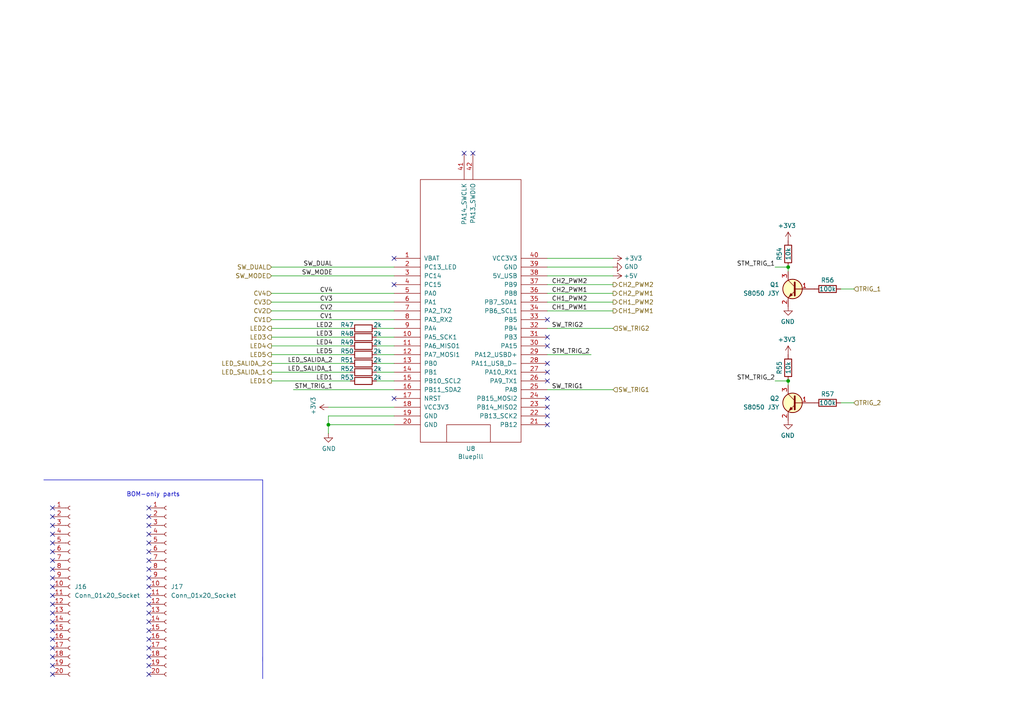
<source format=kicad_sch>
(kicad_sch (version 20231120) (generator "eeschema") (generator_version "8.0")
  (paper "A4")
  (title_block (title "Processor") (date "2024-09-14") (rev "v0.1") (company "Sluisbrinkie"))
  (lib_symbols
    (symbol "Connector:Conn_01x20_Socket" (pin_names (offset 1.016) hide)
      (property "Reference" "J" (at 0 25.4 0))
      (property "Value" "Conn_01x20_Socket" (at 0 -27.94 0))
      (symbol "Conn_01x20_Socket_1_1"
        (arc (start 0 -24.892) (mid -0.5058 -25.4) (end 0 -25.908) (stroke (width 0.1524)))
        (arc (start 0 -22.352) (mid -0.5058 -22.86) (end 0 -23.368) (stroke (width 0.1524)))
        (arc (start 0 -19.812) (mid -0.5058 -20.32) (end 0 -20.828) (stroke (width 0.1524)))
        (arc (start 0 -17.272) (mid -0.5058 -17.78) (end 0 -18.288) (stroke (width 0.1524)))
        (arc (start 0 -14.732) (mid -0.5058 -15.24) (end 0 -15.748) (stroke (width 0.1524)))
        (arc (start 0 -12.192) (mid -0.5058 -12.7) (end 0 -13.208) (stroke (width 0.1524)))
        (arc (start 0 -9.652) (mid -0.5058 -10.16) (end 0 -10.668) (stroke (width 0.1524)))
        (arc (start 0 -7.112) (mid -0.5058 -7.62) (end 0 -8.128) (stroke (width 0.1524)))
        (arc (start 0 -4.572) (mid -0.5058 -5.08) (end 0 -5.588) (stroke (width 0.1524)))
        (arc (start 0 -2.032) (mid -0.5058 -2.54) (end 0 -3.048) (stroke (width 0.1524)))
        (polyline (pts (xy -1.27 -25.4) (xy -0.508 -25.4)) (stroke (width 0.1524)))
        (polyline (pts (xy -1.27 -22.86) (xy -0.508 -22.86)) (stroke (width 0.1524)))
        (polyline (pts (xy -1.27 -20.32) (xy -0.508 -20.32)) (stroke (width 0.1524)))
        (polyline (pts (xy -1.27 -17.78) (xy -0.508 -17.78)) (stroke (width 0.1524)))
        (polyline (pts (xy -1.27 -15.24) (xy -0.508 -15.24)) (stroke (width 0.1524)))
        (polyline (pts (xy -1.27 -12.7) (xy -0.508 -12.7)) (stroke (width 0.1524)))
        (polyline (pts (xy -1.27 -10.16) (xy -0.508 -10.16)) (stroke (width 0.1524)))
        (polyline (pts (xy -1.27 -7.62) (xy -0.508 -7.62)) (stroke (width 0.1524)))
        (polyline (pts (xy -1.27 -5.08) (xy -0.508 -5.08)) (stroke (width 0.1524)))
        (polyline (pts (xy -1.27 -2.54) (xy -0.508 -2.54)) (stroke (width 0.1524)))
        (polyline (pts (xy -1.27 0) (xy -0.508 0)) (stroke (width 0.1524)))
        (polyline (pts (xy -1.27 2.54) (xy -0.508 2.54)) (stroke (width 0.1524)))
        (polyline (pts (xy -1.27 5.08) (xy -0.508 5.08)) (stroke (width 0.1524)))
        (polyline (pts (xy -1.27 7.62) (xy -0.508 7.62)) (stroke (width 0.1524)))
        (polyline (pts (xy -1.27 10.16) (xy -0.508 10.16)) (stroke (width 0.1524)))
        (polyline (pts (xy -1.27 12.7) (xy -0.508 12.7)) (stroke (width 0.1524)))
        (polyline (pts (xy -1.27 15.24) (xy -0.508 15.24)) (stroke (width 0.1524)))
        (polyline (pts (xy -1.27 17.78) (xy -0.508 17.78)) (stroke (width 0.1524)))
        (polyline (pts (xy -1.27 20.32) (xy -0.508 20.32)) (stroke (width 0.1524)))
        (polyline (pts (xy -1.27 22.86) (xy -0.508 22.86)) (stroke (width 0.1524)))
        (arc (start 0 0.508) (mid -0.5058 0) (end 0 -0.508) (stroke (width 0.1524)))
        (arc (start 0 3.048) (mid -0.5058 2.54) (end 0 2.032) (stroke (width 0.1524)))
        (arc (start 0 5.588) (mid -0.5058 5.08) (end 0 4.572) (stroke (width 0.1524)))
        (arc (start 0 8.128) (mid -0.5058 7.62) (end 0 7.112) (stroke (width 0.1524)))
        (arc (start 0 10.668) (mid -0.5058 10.16) (end 0 9.652) (stroke (width 0.1524)))
        (arc (start 0 13.208) (mid -0.5058 12.7) (end 0 12.192) (stroke (width 0.1524)))
        (arc (start 0 15.748) (mid -0.5058 15.24) (end 0 14.732) (stroke (width 0.1524)))
        (arc (start 0 18.288) (mid -0.5058 17.78) (end 0 17.272) (stroke (width 0.1524)))
        (arc (start 0 20.828) (mid -0.5058 20.32) (end 0 19.812) (stroke (width 0.1524)))
        (arc (start 0 23.368) (mid -0.5058 22.86) (end 0 22.352) (stroke (width 0.1524)))
        (pin passive line (at -5.08 22.86 0) (length 3.81) (name "Pin_1") (number "1"))
        (pin passive line (at -5.08 0 0) (length 3.81) (name "Pin_10") (number "10"))
        (pin passive line (at -5.08 -2.54 0) (length 3.81) (name "Pin_11") (number "11"))
        (pin passive line (at -5.08 -5.08 0) (length 3.81) (name "Pin_12") (number "12"))
        (pin passive line (at -5.08 -7.62 0) (length 3.81) (name "Pin_13") (number "13"))
        (pin passive line (at -5.08 -10.16 0) (length 3.81) (name "Pin_14") (number "14"))
        (pin passive line (at -5.08 -12.7 0) (length 3.81) (name "Pin_15") (number "15"))
        (pin passive line (at -5.08 -15.24 0) (length 3.81) (name "Pin_16") (number "16"))
        (pin passive line (at -5.08 -17.78 0) (length 3.81) (name "Pin_17") (number "17"))
        (pin passive line (at -5.08 -20.32 0) (length 3.81) (name "Pin_18") (number "18"))
        (pin passive line (at -5.08 -22.86 0) (length 3.81) (name "Pin_19") (number "19"))
        (pin passive line (at -5.08 20.32 0) (length 3.81) (name "Pin_2") (number "2"))
        (pin passive line (at -5.08 -25.4 0) (length 3.81) (name "Pin_20") (number "20"))
        (pin passive line (at -5.08 17.78 0) (length 3.81) (name "Pin_3") (number "3"))
        (pin passive line (at -5.08 15.24 0) (length 3.81) (name "Pin_4") (number "4"))
        (pin passive line (at -5.08 12.7 0) (length 3.81) (name "Pin_5") (number "5"))
        (pin passive line (at -5.08 10.16 0) (length 3.81) (name "Pin_6") (number "6"))
        (pin passive line (at -5.08 7.62 0) (length 3.81) (name "Pin_7") (number "7"))
        (pin passive line (at -5.08 5.08 0) (length 3.81) (name "Pin_8") (number "8"))
        (pin passive line (at -5.08 2.54 0) (length 3.81) (name "Pin_9") (number "9"))
      )
    )
    (symbol "Device:R" (pin_numbers hide) (pin_names (offset 0))
      (property "Reference" "R" (at 2.032 0 90))
      (property "Value" "R" (at 0 0 90))
      (symbol "R_0_1"
        (rectangle (start -1.016 -2.54) (end 1.016 2.54) (stroke (width 0.254)))
      )
      (symbol "R_1_1"
        (pin passive line (at 0 3.81 270) (length 1.27) (name "~") (number "1"))
        (pin passive line (at 0 -3.81 90) (length 1.27) (name "~") (number "2"))
      )
    )
    (symbol "PCM_Transistor_BJT_AKL:MMSS8050" (pin_names hide)
      (property "Reference" "Q" (at 5.08 1.27 0))
      (property "Value" "MMSS8050" (at 5.08 -1.27 0))
      (symbol "MMSS8050_0_1"
        (polyline (pts (xy 0.635 0.635) (xy 2.54 2.54)))
        (polyline (pts (xy 0.635 -0.635) (xy 2.54 -2.54) (xy 2.54 -2.54)))
        (polyline (pts (xy 0.635 1.905) (xy 0.635 -1.905) (xy 0.635 -1.905)) (stroke (width 0.508)))
        (polyline (pts (xy 1.27 -1.778) (xy 1.778 -1.27) (xy 2.286 -2.286) (xy 1.27 -1.778) (xy 1.27 -1.778)) (fill (type outline)))
        (circle (center 1.27 0) (radius 2.8194) (stroke (width 0.254)) (fill (type background)))
      )
      (symbol "MMSS8050_1_1"
        (pin input line (at -5.08 0 0) (length 5.715) (name "B") (number "1"))
        (pin passive line (at 2.54 -5.08 90) (length 2.54) (name "E") (number "2"))
        (pin passive line (at 2.54 5.08 270) (length 2.54) (name "C") (number "3"))
      )
    )
    (symbol "bluepill_breakouts:BluePill_STM32F103C" (pin_names (offset 1.016))
      (property "Reference" "U" (at -11.43 -34.29 0))
      (property "Value" "BluePill_STM32F103C" (at 1.27 21.59 0))
      (symbol "BluePill_STM32F103C_0_1"
        (rectangle (start -6.35 -35.56) (end 6.35 -30.48))
      )
      (symbol "BluePill_STM32F103C_1_0"
        (rectangle (start -13.97 -35.56) (end 15.24 40.64))
      )
      (symbol "BluePill_STM32F103C_1_1"
        (pin power_in line (at -21.59 17.78 0) (length 7.62) (name "VBAT") (number "1"))
        (pin bidirectional line (at -21.59 -5.08 0) (length 7.62) (name "PA5_SCK1") (number "10"))
        (pin bidirectional line (at -21.59 -7.62 0) (length 7.62) (name "PA6_MISO1") (number "11"))
        (pin bidirectional line (at -21.59 -10.16 0) (length 7.62) (name "PA7_MOSI1") (number "12"))
        (pin bidirectional line (at -21.59 -12.7 0) (length 7.62) (name "PB0") (number "13"))
        (pin bidirectional line (at -21.59 -15.24 0) (length 7.62) (name "PB1") (number "14"))
        (pin bidirectional line (at -21.59 -17.78 0) (length 7.62) (name "PB10_SCL2") (number "15"))
        (pin bidirectional line (at -21.59 -20.32 0) (length 7.62) (name "PB11_SDA2") (number "16"))
        (pin input line (at -21.59 -22.86 0) (length 7.62) (name "NRST") (number "17"))
        (pin bidirectional line (at -21.59 -25.4 0) (length 7.62) (name "VCC3V3") (number "18"))
        (pin power_in line (at -21.59 -27.94 0) (length 7.62) (name "GND") (number "19"))
        (pin bidirectional line (at -21.59 15.24 0) (length 7.62) (name "PC13_LED") (number "2"))
        (pin power_in line (at -21.59 -30.48 0) (length 7.62) (name "GND") (number "20"))
        (pin bidirectional line (at 22.86 -30.48 180) (length 7.62) (name "PB12") (number "21"))
        (pin bidirectional line (at 22.86 -27.94 180) (length 7.62) (name "PB13_SCK2") (number "22"))
        (pin bidirectional line (at 22.86 -25.4 180) (length 7.62) (name "PB14_MISO2") (number "23"))
        (pin bidirectional line (at 22.86 -22.86 180) (length 7.62) (name "PB15_MOSI2") (number "24"))
        (pin bidirectional line (at 22.86 -20.32 180) (length 7.62) (name "PA8") (number "25"))
        (pin bidirectional line (at 22.86 -17.78 180) (length 7.62) (name "PA9_TX1") (number "26"))
        (pin bidirectional line (at 22.86 -15.24 180) (length 7.62) (name "PA10_RX1") (number "27"))
        (pin bidirectional line (at 22.86 -12.7 180) (length 7.62) (name "PA11_USB_D-") (number "28"))
        (pin bidirectional line (at 22.86 -10.16 180) (length 7.62) (name "PA12_USBD+") (number "29"))
        (pin bidirectional line (at -21.59 12.7 0) (length 7.62) (name "PC14") (number "3"))
        (pin bidirectional line (at 22.86 -7.62 180) (length 7.62) (name "PA15") (number "30"))
        (pin bidirectional line (at 22.86 -5.08 180) (length 7.62) (name "PB3") (number "31"))
        (pin bidirectional line (at 22.86 -2.54 180) (length 7.62) (name "PB4") (number "32"))
        (pin bidirectional line (at 22.86 0 180) (length 7.62) (name "PB5") (number "33"))
        (pin bidirectional line (at 22.86 2.54 180) (length 7.62) (name "PB6_SCL1") (number "34"))
        (pin bidirectional line (at 22.86 5.08 180) (length 7.62) (name "PB7_SDA1") (number "35"))
        (pin bidirectional line (at 22.86 7.62 180) (length 7.62) (name "PB8") (number "36"))
        (pin bidirectional line (at 22.86 10.16 180) (length 7.62) (name "PB9") (number "37"))
        (pin bidirectional line (at 22.86 12.7 180) (length 7.62) (name "5V_USB") (number "38"))
        (pin power_in line (at 22.86 15.24 180) (length 7.62) (name "GND") (number "39"))
        (pin bidirectional line (at -21.59 10.16 0) (length 7.62) (name "PC15") (number "4"))
        (pin bidirectional line (at 22.86 17.78 180) (length 7.62) (name "VCC3V3") (number "40"))
        (pin bidirectional line (at -1.27 48.26 270) (length 7.62) (name "PA14_SWCLK") (number "41"))
        (pin bidirectional line (at 1.27 48.26 270) (length 7.62) (name "PA13_SWDIO") (number "42"))
        (pin bidirectional line (at -21.59 7.62 0) (length 7.62) (name "PA0") (number "5"))
        (pin bidirectional line (at -21.59 5.08 0) (length 7.62) (name "PA1") (number "6"))
        (pin bidirectional line (at -21.59 2.54 0) (length 7.62) (name "PA2_TX2") (number "7"))
        (pin bidirectional line (at -21.59 0 0) (length 7.62) (name "PA3_RX2") (number "8"))
        (pin bidirectional line (at -21.59 -2.54 0) (length 7.62) (name "PA4") (number "9"))
      )
    )
    (symbol "power:+3V3" (power) (pin_numbers hide) (pin_names (offset 0) hide)
      (property "Value" "+3V3" (at 0 3.556 0))
      (symbol "+3V3_0_1"
        (polyline (pts (xy -0.762 1.27) (xy 0 2.54)))
        (polyline (pts (xy 0 0) (xy 0 2.54)))
        (polyline (pts (xy 0 2.54) (xy 0.762 1.27)))
      )
      (symbol "+3V3_1_1"
        (pin power_in line (at 0 0 90) (length 0) (name "~") (number "1"))
      )
    )
    (symbol "power:+5V" (power) (pin_numbers hide) (pin_names (offset 0) hide)
      (property "Value" "+5V" (at 0 3.556 0))
      (symbol "+5V_0_1"
        (polyline (pts (xy -0.762 1.27) (xy 0 2.54)))
        (polyline (pts (xy 0 0) (xy 0 2.54)))
        (polyline (pts (xy 0 2.54) (xy 0.762 1.27)))
      )
      (symbol "+5V_1_1"
        (pin power_in line (at 0 0 90) (length 0) (name "~") (number "1"))
      )
    )
    (symbol "power:GND" (power) (pin_numbers hide) (pin_names (offset 0) hide)
      (property "Value" "GND" (at 0 -3.81 0))
      (symbol "GND_0_1"
        (polyline (pts (xy 0 0) (xy 0 -1.27) (xy 1.27 -1.27) (xy 0 -2.54) (xy -1.27 -1.27) (xy 0 -1.27)))
      )
      (symbol "GND_1_1"
        (pin power_in line (at 0 0 270) (length 0) (name "~") (number "1"))
      )
    )
  )
  (junction (at 228.6 77.47))
  (junction (at 95.25 123.19))
  (junction (at 228.6 110.49))
  (no_connect (at 15.24 167.64))
  (no_connect (at 158.75 97.79))
  (no_connect (at 43.18 177.8))
  (no_connect (at 43.18 147.32))
  (no_connect (at 158.75 118.11))
  (no_connect (at 15.24 182.88))
  (no_connect (at 15.24 154.94))
  (no_connect (at 15.24 149.86))
  (no_connect (at 158.75 110.49))
  (no_connect (at 158.75 92.71))
  (no_connect (at 43.18 167.64))
  (no_connect (at 114.3 82.55))
  (no_connect (at 137.16 44.45))
  (no_connect (at 43.18 190.5))
  (no_connect (at 15.24 175.26))
  (no_connect (at 114.3 115.57))
  (no_connect (at 15.24 193.04))
  (no_connect (at 15.24 180.34))
  (no_connect (at 43.18 162.56))
  (no_connect (at 15.24 190.5))
  (no_connect (at 15.24 177.8))
  (no_connect (at 43.18 180.34))
  (no_connect (at 43.18 157.48))
  (no_connect (at 15.24 172.72))
  (no_connect (at 43.18 187.96))
  (no_connect (at 15.24 157.48))
  (no_connect (at 158.75 105.41))
  (no_connect (at 158.75 107.95))
  (no_connect (at 43.18 160.02))
  (no_connect (at 43.18 193.04))
  (no_connect (at 43.18 185.42))
  (no_connect (at 43.18 152.4))
  (no_connect (at 15.24 147.32))
  (no_connect (at 15.24 162.56))
  (no_connect (at 158.75 100.33))
  (no_connect (at 134.62 44.45))
  (no_connect (at 15.24 165.1))
  (no_connect (at 43.18 182.88))
  (no_connect (at 43.18 195.58))
  (no_connect (at 43.18 172.72))
  (no_connect (at 15.24 170.18))
  (no_connect (at 43.18 154.94))
  (no_connect (at 15.24 195.58))
  (no_connect (at 15.24 185.42))
  (no_connect (at 158.75 123.19))
  (no_connect (at 114.3 74.93))
  (no_connect (at 43.18 165.1))
  (no_connect (at 43.18 149.86))
  (no_connect (at 15.24 187.96))
  (no_connect (at 158.75 120.65))
  (no_connect (at 43.18 170.18))
  (no_connect (at 158.75 115.57))
  (no_connect (at 15.24 160.02))
  (no_connect (at 43.18 175.26))
  (no_connect (at 15.24 152.4))
  (wire (pts (xy 78.74 105.41) (xy 101.6 105.41)))
  (wire (pts (xy 95.25 123.19) (xy 95.25 125.73)))
  (wire (pts (xy 158.75 113.03) (xy 177.8 113.03)))
  (wire (pts (xy 158.75 87.63) (xy 177.8 87.63)))
  (wire (pts (xy 158.75 90.17) (xy 177.8 90.17)))
  (wire (pts (xy 85.09 113.03) (xy 114.3 113.03)))
  (wire (pts (xy 158.75 80.01) (xy 177.8 80.01)))
  (polyline (pts (xy 76.2 190.5) (xy 76.2 191.77)))
  (wire (pts (xy 78.74 107.95) (xy 101.6 107.95)))
  (wire (pts (xy 158.75 82.55) (xy 177.8 82.55)))
  (wire (pts (xy 158.75 102.87) (xy 171.45 102.87)))
  (wire (pts (xy 224.79 110.49) (xy 228.6 110.49)))
  (wire (pts (xy 224.79 77.47) (xy 228.6 77.47)))
  (wire (pts (xy 109.22 110.49) (xy 114.3 110.49)))
  (wire (pts (xy 228.6 110.49) (xy 228.6 111.76)))
  (polyline (pts (xy 76.2 191.77) (xy 76.2 196.85)))
  (wire (pts (xy 78.74 85.09) (xy 114.3 85.09)))
  (wire (pts (xy 228.6 77.47) (xy 228.6 78.74)))
  (wire (pts (xy 158.75 77.47) (xy 177.8 77.47)))
  (wire (pts (xy 95.25 123.19) (xy 114.3 123.19)))
  (wire (pts (xy 109.22 107.95) (xy 114.3 107.95)))
  (wire (pts (xy 243.84 116.84) (xy 247.65 116.84)))
  (wire (pts (xy 78.74 110.49) (xy 101.6 110.49)))
  (wire (pts (xy 78.74 90.17) (xy 114.3 90.17)))
  (wire (pts (xy 109.22 102.87) (xy 114.3 102.87)))
  (wire (pts (xy 78.74 87.63) (xy 114.3 87.63)))
  (wire (pts (xy 78.74 97.79) (xy 101.6 97.79)))
  (wire (pts (xy 78.74 80.01) (xy 114.3 80.01)))
  (wire (pts (xy 158.75 74.93) (xy 177.8 74.93)))
  (wire (pts (xy 78.74 92.71) (xy 114.3 92.71)))
  (wire (pts (xy 95.25 118.11) (xy 114.3 118.11)))
  (polyline (pts (xy 12.7 139.192) (xy 76.2 139.192)))
  (wire (pts (xy 78.74 100.33) (xy 101.6 100.33)))
  (wire (pts (xy 243.84 83.82) (xy 247.65 83.82)))
  (wire (pts (xy 109.22 95.25) (xy 114.3 95.25)))
  (wire (pts (xy 158.75 85.09) (xy 177.8 85.09)))
  (wire (pts (xy 158.75 95.25) (xy 177.8 95.25)))
  (wire (pts (xy 95.25 123.19) (xy 95.25 120.65)))
  (wire (pts (xy 95.25 120.65) (xy 114.3 120.65)))
  (wire (pts (xy 109.22 100.33) (xy 114.3 100.33)))
  (wire (pts (xy 109.22 105.41) (xy 114.3 105.41)))
  (wire (pts (xy 78.74 102.87) (xy 101.6 102.87)))
  (wire (pts (xy 109.22 97.79) (xy 114.3 97.79)))
  (wire (pts (xy 78.74 95.25) (xy 101.6 95.25)))
  (polyline (pts (xy 76.2 139.192) (xy 76.2 191.77)))
  (wire (pts (xy 78.74 77.47) (xy 114.3 77.47)))
  (text "BOM-only parts\n" (at 44.45 143.51 0) (effects (font (size 1.27 1.27))))
  (label "LED2" (at 96.52 95.25 180))
  (label "LED4" (at 96.52 100.33 180))
  (label "CH2_PWM1" (at 160.02 85.09 0))
  (label "CV3" (at 96.52 87.63 180))
  (label "STM_TRIG_2" (at 224.79 110.49 180))
  (label "LED_SALIDA_1" (at 96.52 107.95 180))
  (label "SW_DUAL" (at 96.52 77.47 180))
  (label "SW_TRIG2" (at 160.02 95.25 0))
  (label "CV1" (at 96.52 92.71 180))
  (label "STM_TRIG_1" (at 224.79 77.47 180))
  (label "STM_TRIG_2" (at 160.02 102.87 0))
  (label "STM_TRIG_1" (at 96.52 113.03 180))
  (label "LED3" (at 96.52 97.79 180))
  (label "CH1_PWM1" (at 160.02 90.17 0))
  (label "CV4" (at 96.52 85.09 180))
  (label "SW_TRIG1" (at 160.02 113.03 0))
  (label "LED1" (at 96.52 110.49 180))
  (label "CH1_PWM2" (at 160.02 87.63 0))
  (label "SW_MODE" (at 96.52 80.01 180))
  (label "LED_SALIDA_2" (at 96.52 105.41 180))
  (label "CV2" (at 96.52 90.17 180))
  (label "CH2_PWM2" (at 160.02 82.55 0))
  (label "LED5" (at 96.52 102.87 180))
  (hierarchical_label "CH2_PWM1" (shape output) (at 177.8 85.09 0))
  (hierarchical_label "LED4" (shape output) (at 78.74 100.33 180))
  (hierarchical_label "SW_TRIG2" (shape input) (at 177.8 95.25 0))
  (hierarchical_label "CV4" (shape input) (at 78.74 85.09 180))
  (hierarchical_label "CH2_PWM2" (shape output) (at 177.8 82.55 0))
  (hierarchical_label "CH1_PWM1" (shape output) (at 177.8 90.17 0))
  (hierarchical_label "CH1_PWM2" (shape output) (at 177.8 87.63 0))
  (hierarchical_label "SW_TRIG1" (shape input) (at 177.8 113.03 0))
  (hierarchical_label "LED_SALIDA_1" (shape output) (at 78.74 107.95 180))
  (hierarchical_label "CV3" (shape input) (at 78.74 87.63 180))
  (hierarchical_label "CV2" (shape input) (at 78.74 90.17 180))
  (hierarchical_label "LED3" (shape output) (at 78.74 97.79 180))
  (hierarchical_label "SW_DUAL" (shape input) (at 78.74 77.47 180))
  (hierarchical_label "LED5" (shape output) (at 78.74 102.87 180))
  (hierarchical_label "SW_MODE" (shape input) (at 78.74 80.01 180))
  (hierarchical_label "LED2" (shape output) (at 78.74 95.25 180))
  (hierarchical_label "CV1" (shape input) (at 78.74 92.71 180))
  (hierarchical_label "LED1" (shape output) (at 78.74 110.49 180))
  (hierarchical_label "TRIG_2" (shape input) (at 247.65 116.84 0))
  (hierarchical_label "LED_SALIDA_2" (shape output) (at 78.74 105.41 180))
  (hierarchical_label "TRIG_1" (shape input) (at 247.65 83.82 0))
  (symbol (lib_id "Device:R") (at 105.41 110.49 90) (unit 1)
    (property "Reference" "R53" (at 102.616 109.474 90) (effects (justify left)))
    (property "Value" "2k" (at 110.744 109.474 90) (effects (justify left)))
    (property "Footprint" "Resistor_SMD:R_0603_1608Metric_Pad0.98x0.95mm_HandSolder" (effects (hide yes)))
  )
  (symbol (lib_id "power:+3V3") (at 95.25 118.11 90) (unit 1)
    (property "Reference" "#PWR071" (effects (hide yes)))
    (property "Value" "+3V3" (at 90.8558 117.729 0))
  )
  (symbol (lib_id "Device:R") (at 228.6 73.66 0) (mirror y) (unit 1)
    (property "Reference" "R54" (at 226.06 73.66 90))
    (property "Value" "10k" (at 228.6 73.66 90))
    (property "Footprint" "Resistor_SMD:R_0603_1608Metric_Pad0.98x0.95mm_HandSolder" (effects (hide yes)))
  )
  (symbol (lib_id "power:+3V3") (at 177.8 74.93 270) (unit 1)
    (property "Reference" "#PWR073" (effects (hide yes)))
    (property "Value" "+3V3" (at 183.642 74.93 90))
  )
  (symbol (lib_id "PCM_Transistor_BJT_AKL:MMSS8050") (at 231.14 116.84 0) (mirror y) (unit 1)
    (property "Reference" "Q2" (at 226.06 115.5699 0) (effects (justify left)))
    (property "Value" "S8050 J3Y" (at 226.06 118.1099 0) (effects (justify left)))
    (property "Footprint" "PCM_Package_TO_SOT_SMD_AKL:SOT-23" (effects (hide yes)))
    (property "Datasheet" "https://www.tme.eu/Document/724c1368d1e41c0842e24711fa206132/MMSS8050.pdf" (effects (hide yes)))
    (property "Description" "NPN SOT-23 transistor, 25V, 1.5A, Alternate KiCAD Library" (effects (hide yes)))
  )
  (symbol (lib_id "power:+5V") (at 177.8 80.01 270) (unit 1)
    (property "Reference" "#PWR075" (effects (hide yes)))
    (property "Value" "+5V" (at 180.848 80.01 90) (effects (justify left)))
  )
  (symbol (lib_id "Device:R") (at 105.41 97.79 90) (unit 1)
    (property "Reference" "R48" (at 102.616 96.774 90) (effects (justify left)))
    (property "Value" "2k" (at 110.744 96.774 90) (effects (justify left)))
    (property "Footprint" "Resistor_SMD:R_0603_1608Metric_Pad0.98x0.95mm_HandSolder" (effects (hide yes)))
  )
  (symbol (lib_id "power:GND") (at 228.6 88.9 0) (mirror y) (unit 1)
    (property "Reference" "#PWR077" (effects (hide yes)))
    (property "Value" "GND" (at 228.473 93.2942 0))
  )
  (symbol (lib_id "power:+3V3") (at 228.6 102.87 0) (mirror y) (unit 1)
    (property "Reference" "#PWR078" (effects (hide yes)))
    (property "Value" "+3V3" (at 228.219 98.4758 0))
  )
  (symbol (lib_id "power:GND") (at 228.6 121.92 0) (mirror y) (unit 1)
    (property "Reference" "#PWR079" (effects (hide yes)))
    (property "Value" "GND" (at 228.473 126.3142 0))
  )
  (symbol (lib_id "Connector:Conn_01x20_Socket") (at 48.26 170.18 0) (unit 1) (on_board no)
    (property "Reference" "J17" (at 49.53 170.1799 0) (effects (justify left)))
    (property "Value" "Conn_01x20_Socket" (at 49.53 172.7199 0) (effects (justify left)))
    (property "Description" "Generic connector, single row, 01x20, script generated" (effects (hide yes)))
  )
  (symbol (lib_id "Device:R") (at 228.6 106.68 0) (mirror y) (unit 1)
    (property "Reference" "R55" (at 226.06 106.68 90))
    (property "Value" "10k" (at 228.6 106.68 90))
    (property "Footprint" "Resistor_SMD:R_0603_1608Metric_Pad0.98x0.95mm_HandSolder" (effects (hide yes)))
  )
  (symbol (lib_id "power:GND") (at 95.25 125.73 0) (unit 1)
    (property "Reference" "#PWR072" (effects (hide yes)))
    (property "Value" "GND" (at 95.377 130.1242 0))
  )
  (symbol (lib_id "Device:R") (at 105.41 105.41 90) (unit 1)
    (property "Reference" "R51" (at 102.616 104.394 90) (effects (justify left)))
    (property "Value" "2k" (at 110.744 104.394 90) (effects (justify left)))
    (property "Footprint" "Resistor_SMD:R_0603_1608Metric_Pad0.98x0.95mm_HandSolder" (effects (hide yes)))
  )
  (symbol (lib_id "Connector:Conn_01x20_Socket") (at 20.32 170.18 0) (unit 1) (on_board no)
    (property "Reference" "J16" (at 21.59 170.1799 0) (effects (justify left)))
    (property "Value" "Conn_01x20_Socket" (at 21.59 172.7199 0) (effects (justify left)))
    (property "Description" "Generic connector, single row, 01x20, script generated" (effects (hide yes)))
  )
  (symbol (lib_id "power:GND") (at 177.8 77.47 90) (unit 1)
    (property "Reference" "#PWR074" (effects (hide yes)))
    (property "Value" "GND" (at 181.0512 77.343 90) (effects (justify right)))
  )
  (symbol (lib_id "Device:R") (at 240.03 116.84 270) (mirror x) (unit 1)
    (property "Reference" "R57" (at 240.03 114.3 90))
    (property "Value" "100k" (at 240.03 116.84 90))
    (property "Footprint" "Resistor_SMD:R_0603_1608Metric_Pad0.98x0.95mm_HandSolder" (effects (hide yes)))
  )
  (symbol (lib_id "power:+3V3") (at 228.6 69.85 0) (mirror y) (unit 1)
    (property "Reference" "#PWR076" (effects (hide yes)))
    (property "Value" "+3V3" (at 228.219 65.4558 0))
  )
  (symbol (lib_id "PCM_Transistor_BJT_AKL:MMSS8050") (at 231.14 83.82 0) (mirror y) (unit 1)
    (property "Reference" "Q1" (at 226.06 82.5499 0) (effects (justify left)))
    (property "Value" "S8050 J3Y" (at 226.06 85.0899 0) (effects (justify left)))
    (property "Footprint" "PCM_Package_TO_SOT_SMD_AKL:SOT-23" (effects (hide yes)))
    (property "Datasheet" "https://www.tme.eu/Document/724c1368d1e41c0842e24711fa206132/MMSS8050.pdf" (effects (hide yes)))
    (property "Description" "NPN SOT-23 transistor, 25V, 1.5A, Alternate KiCAD Library" (effects (hide yes)))
  )
  (symbol (lib_id "Device:R") (at 105.41 102.87 90) (unit 1)
    (property "Reference" "R50" (at 102.616 101.854 90) (effects (justify left)))
    (property "Value" "2k" (at 110.744 101.854 90) (effects (justify left)))
    (property "Footprint" "Resistor_SMD:R_0603_1608Metric_Pad0.98x0.95mm_HandSolder" (effects (hide yes)))
  )
  (symbol (lib_id "Device:R") (at 240.03 83.82 270) (mirror x) (unit 1)
    (property "Reference" "R56" (at 240.03 81.28 90))
    (property "Value" "100k" (at 240.03 83.82 90))
    (property "Footprint" "Resistor_SMD:R_0603_1608Metric_Pad0.98x0.95mm_HandSolder" (effects (hide yes)))
  )
  (symbol (lib_id "bluepill_breakouts:BluePill_STM32F103C") (at 135.89 92.71 0) (unit 1)
    (property "Reference" "U8" (at 136.525 130.1242 0))
    (property "Value" "Bluepill" (at 136.525 132.4356 0))
    (property "Footprint" "BluePill_breakouts:BluePill_STM32F103C" (effects (hide yes)))
    (property "Datasheet" "http://www.ti.com/lit/ds/symlink/tl071.pdf" (effects (hide yes)))
  )
  (symbol (lib_id "Device:R") (at 105.41 100.33 90) (unit 1)
    (property "Reference" "R49" (at 102.616 99.314 90) (effects (justify left)))
    (property "Value" "2k" (at 110.744 99.314 90) (effects (justify left)))
    (property "Footprint" "Resistor_SMD:R_0603_1608Metric_Pad0.98x0.95mm_HandSolder" (effects (hide yes)))
  )
  (symbol (lib_id "Device:R") (at 105.41 107.95 90) (unit 1)
    (property "Reference" "R52" (at 102.616 106.934 90) (effects (justify left)))
    (property "Value" "2k" (at 110.744 106.934 90) (effects (justify left)))
    (property "Footprint" "Resistor_SMD:R_0603_1608Metric_Pad0.98x0.95mm_HandSolder" (effects (hide yes)))
  )
  (symbol (lib_id "Device:R") (at 105.41 95.25 90) (unit 1)
    (property "Reference" "R47" (at 102.616 94.234 90) (effects (justify left)))
    (property "Value" "2k" (at 110.744 94.234 90) (effects (justify left)))
    (property "Footprint" "Resistor_SMD:R_0603_1608Metric_Pad0.98x0.95mm_HandSolder" (effects (hide yes)))
  )
)
</source>
